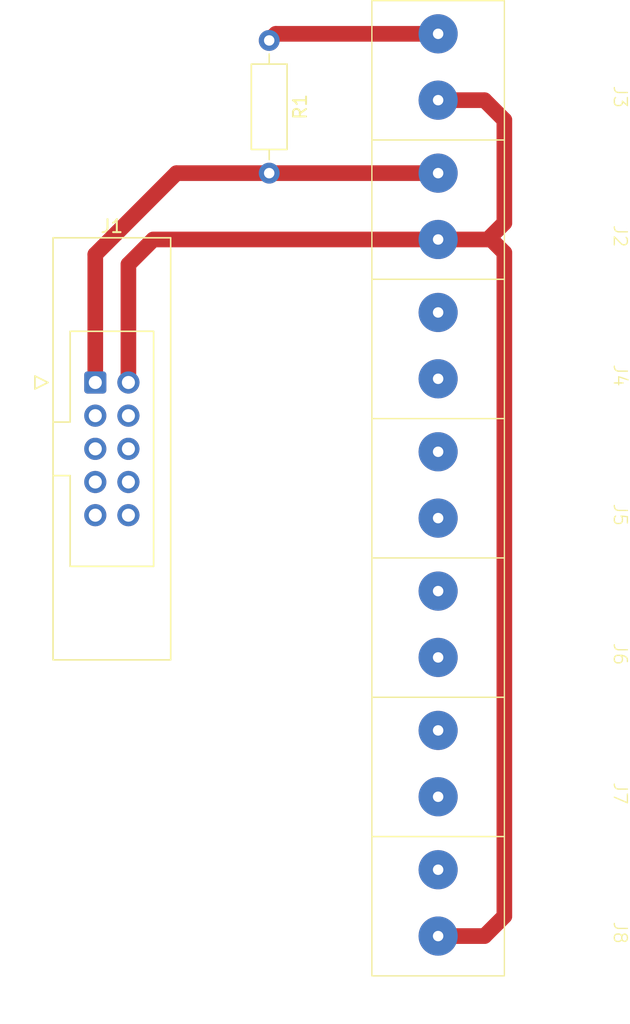
<source format=kicad_pcb>
(kicad_pcb (version 20241229) (generator "pcbnew") (generator_version "9.0")
  (layers (0 "F.Cu" signal) (2 "B.Cu" signal) (13 "F.Paste" user) (15 "B.Paste" user) (5 "F.SilkS" user "F.Silkscreen") (7 "B.SilkS" user "B.Silkscreen") (1 "F.Mask" user) (3 "B.Mask" user) (25 "Edge.Cuts" user))
  (net 0 "")
  (net 1 "Net-(J1-Pin_1)")
  (net 2 "Net-(J1-Pin_4)")
  (net 3 "Net-(J1-Pin_6)")
  (net 4 "unconnected-(J1-Pin_2-Pad2)")
  (net 5 "Net-(J1-Pin_10)")
  (net 6 "Net-(J1-Pin_5)")
  (net 7 "Net-(J1-Pin_3)")
  (net 8 "Net-(J1-Pin_8)")
  (net 9 "Net-(J1-Pin_7)")
  (net 10 "Net-(J1-Pin_9)")
  (net 11 "Net-(J3-Pin_1)")
  (footprint "_customized:connector_02_508" (layer "F.Cu") (at 111.506 88.646 -90)
    (property "Reference" "J6" (at 4.826 -13.97 270) (layer "F.SilkS") (effects (font (thickness 0.1))))
    (property "Value" "Conn_01x02_Pin")
    (fp_rect (start -2.54 -5.08) (end 8.128 5.08) (stroke (width 0.1)) (fill no) (layer "F.SilkS"))
    (pad "1" thru_hole circle (at 0 0 270) (size 3 3) (drill 0.8) (layers "*.Cu" "*.Mask") (net 8 "Net-(J1-Pin_8)"))
    (pad "2" thru_hole circle (at 5.08 0 270) (size 3 3) (drill 0.8) (layers "*.Cu" "*.Mask") (net 9 "Net-(J1-Pin_7)"))
  )
  (footprint "_customized:connector_02_508" (layer "F.Cu") (at 111.506 77.978 -90)
    (property "Reference" "J5" (at 4.826 -13.97 270) (layer "F.SilkS") (effects (font (thickness 0.1))))
    (property "Value" "Conn_01x02_Pin")
    (fp_rect (start -2.54 -5.08) (end 8.128 5.08) (stroke (width 0.1)) (fill no) (layer "F.SilkS"))
    (pad "1" thru_hole circle (at 0 0 270) (size 3 3) (drill 0.8) (layers "*.Cu" "*.Mask") (net 2 "Net-(J1-Pin_4)"))
    (pad "2" thru_hole circle (at 5.08 0 270) (size 3 3) (drill 0.8) (layers "*.Cu" "*.Mask") (net 7 "Net-(J1-Pin_3)"))
  )
  (footprint "_customized:connector_02_508" (layer "F.Cu") (at 111.506 109.982 -90)
    (property "Reference" "J8" (at 4.826 -13.97 270) (layer "F.SilkS") (effects (font (thickness 0.1))))
    (property "Value" "Conn_01x02_Pin")
    (fp_rect (start -2.54 -5.08) (end 8.128 5.08) (stroke (width 0.1)) (fill no) (layer "F.SilkS"))
    (pad "1" thru_hole circle (at 0 0 270) (size 3 3) (drill 0.8) (layers "*.Cu" "*.Mask"))
    (pad "2" thru_hole circle (at 5.08 0 270) (size 3 3) (drill 0.8) (layers "*.Cu" "*.Mask") (net 4 "unconnected-(J1-Pin_2-Pad2)"))
  )
  (footprint "_customized:connector_02_508" (layer "F.Cu") (at 111.506 45.974 -90)
    (property "Reference" "J3" (at 4.826 -13.97 270) (layer "F.SilkS") (effects (font (thickness 0.1))))
    (property "Value" "Conn_01x02_Pin")
    (fp_rect (start -2.54 -5.08) (end 8.128 5.08) (stroke (width 0.1)) (fill no) (layer "F.SilkS"))
    (pad "1" thru_hole circle (at 0 0 270) (size 3 3) (drill 0.8) (layers "*.Cu" "*.Mask") (net 11 "Net-(J3-Pin_1)"))
    (pad "2" thru_hole circle (at 5.08 0 270) (size 3 3) (drill 0.8) (layers "*.Cu" "*.Mask") (net 4 "unconnected-(J1-Pin_2-Pad2)"))
  )
  (footprint "_customized:connector_02_508" (layer "F.Cu") (at 111.506 67.31 -90)
    (property "Reference" "J4" (at 4.826 -13.97 270) (layer "F.SilkS") (effects (font (thickness 0.1))))
    (property "Value" "Conn_01x02_Pin")
    (fp_rect (start -2.54 -5.08) (end 8.128 5.08) (stroke (width 0.1)) (fill no) (layer "F.SilkS"))
    (pad "1" thru_hole circle (at 0 0 270) (size 3 3) (drill 0.8) (layers "*.Cu" "*.Mask") (net 6 "Net-(J1-Pin_5)"))
    (pad "2" thru_hole circle (at 5.08 0 270) (size 3 3) (drill 0.8) (layers "*.Cu" "*.Mask") (net 3 "Net-(J1-Pin_6)"))
  )
  (footprint "_customized:connector_02_508" (layer "F.Cu") (at 111.506 56.642 -90)
    (property "Reference" "J2" (at 4.826 -13.97 270) (layer "F.SilkS") (effects (font (thickness 0.1))))
    (property "Value" "Conn_01x02_Pin")
    (fp_rect (start -2.54 -5.08) (end 8.128 5.08) (stroke (width 0.1)) (fill no) (layer "F.SilkS"))
    (pad "1" thru_hole circle (at 0 0 270) (size 3 3) (drill 0.8) (layers "*.Cu" "*.Mask") (net 1 "Net-(J1-Pin_1)"))
    (pad "2" thru_hole circle (at 5.08 0 270) (size 3 3) (drill 0.8) (layers "*.Cu" "*.Mask") (net 4 "unconnected-(J1-Pin_2-Pad2)"))
  )
  (footprint "Connector_IDC:IDC-Header_2x05_P2.54mm_Latch_Vertical" (layer "F.Cu") (at 85.216 72.673)
    (property "Reference" "J1" (at 1.27 -11.97 0) (layer "F.SilkS"))
    (property "Value" "Conn_02x05_Odd_Even")
    (fp_line (start -4.63 -0.5) (end -4.63 0.5) (stroke (width 0.12)) (layer "F.SilkS"))
    (fp_line (start -4.63 0.5) (end -3.63 0) (stroke (width 0.12)) (layer "F.SilkS"))
    (fp_line (start -3.63 0) (end -4.63 -0.5) (stroke (width 0.12)) (layer "F.SilkS"))
    (fp_line (start -3.24 -11.08) (end 5.78 -11.08) (stroke (width 0.12)) (layer "F.SilkS"))
    (fp_line (start -3.24 3.03) (end -1.93 3.03) (stroke (width 0.12)) (layer "F.SilkS"))
    (fp_line (start -3.24 21.24) (end -3.24 -11.08) (stroke (width 0.12)) (layer "F.SilkS"))
    (fp_line (start -1.93 -3.92) (end 4.47 -3.92) (stroke (width 0.12)) (layer "F.SilkS"))
    (fp_line (start -1.93 3.03) (end -1.93 -3.92) (stroke (width 0.12)) (layer "F.SilkS"))
    (fp_line (start -1.93 7.13) (end -3.24 7.13) (stroke (width 0.12)) (layer "F.SilkS"))
    (fp_line (start -1.93 7.13) (end -1.93 7.13) (stroke (width 0.12)) (layer "F.SilkS"))
    (fp_line (start -1.93 14.08) (end -1.93 7.13) (stroke (width 0.12)) (layer "F.SilkS"))
    (fp_line (start 4.47 -3.92) (end 4.47 14.08) (stroke (width 0.12)) (layer "F.SilkS"))
    (fp_line (start 4.47 14.08) (end -1.93 14.08) (stroke (width 0.12)) (layer "F.SilkS"))
    (fp_line (start 5.78 -11.08) (end 5.78 21.24) (stroke (width 0.12)) (layer "F.SilkS"))
    (fp_line (start 5.78 21.24) (end -3.24 21.24) (stroke (width 0.12)) (layer "F.SilkS"))
    (pad "1" thru_hole roundrect (at 0 0) (size 1.7 1.7) (drill 1) (layers "*.Cu" "*.Mask") (roundrect_rratio 0.147059) (net 1 "Net-(J1-Pin_1)"))
    (pad "2" thru_hole circle (at 2.54 0) (size 1.7 1.7) (drill 1) (layers "*.Cu" "*.Mask") (net 4 "unconnected-(J1-Pin_2-Pad2)"))
    (pad "3" thru_hole circle (at 0 2.54) (size 1.7 1.7) (drill 1) (layers "*.Cu" "*.Mask") (net 7 "Net-(J1-Pin_3)"))
    (pad "4" thru_hole circle (at 2.54 2.54) (size 1.7 1.7) (drill 1) (layers "*.Cu" "*.Mask") (net 2 "Net-(J1-Pin_4)"))
    (pad "5" thru_hole circle (at 0 5.08) (size 1.7 1.7) (drill 1) (layers "*.Cu" "*.Mask") (net 6 "Net-(J1-Pin_5)"))
    (pad "6" thru_hole circle (at 2.54 5.08) (size 1.7 1.7) (drill 1) (layers "*.Cu" "*.Mask") (net 3 "Net-(J1-Pin_6)"))
    (pad "7" thru_hole circle (at 0 7.62) (size 1.7 1.7) (drill 1) (layers "*.Cu" "*.Mask") (net 9 "Net-(J1-Pin_7)"))
    (pad "8" thru_hole circle (at 2.54 7.62) (size 1.7 1.7) (drill 1) (layers "*.Cu" "*.Mask") (net 8 "Net-(J1-Pin_8)"))
    (pad "9" thru_hole circle (at 0 10.16) (size 1.7 1.7) (drill 1) (layers "*.Cu" "*.Mask") (net 10 "Net-(J1-Pin_9)"))
    (pad "10" thru_hole circle (at 2.54 10.16) (size 1.7 1.7) (drill 1) (layers "*.Cu" "*.Mask") (net 5 "Net-(J1-Pin_10)"))
  )
  (footprint "Resistor_THT:R_Axial_DIN0207_L6.3mm_D2.5mm_P10.16mm_Horizontal" (layer "F.Cu") (at 98.552 46.482 -90)
    (property "Reference" "R1" (at 5.08 -2.37 90) (layer "F.SilkS"))
    (property "Value" "R")
    (fp_line (start 1.04 0) (end 1.81 0) (stroke (width 0.12)) (layer "F.SilkS"))
    (fp_line (start 9.12 0) (end 8.35 0) (stroke (width 0.12)) (layer "F.SilkS"))
    (fp_rect (start 1.81 -1.37) (end 8.35 1.37) (stroke (width 0.12)) (fill no) (layer "F.SilkS"))
    (pad "1" thru_hole circle (at 0 0 270) (size 1.6 1.6) (drill 0.8) (layers "*.Cu" "*.Mask") (net 11 "Net-(J3-Pin_1)"))
    (pad "2" thru_hole circle (at 10.16 0 270) (size 1.6 1.6) (drill 0.8) (layers "*.Cu" "*.Mask") (net 1 "Net-(J1-Pin_1)"))
  )
  (footprint "_customized:connector_02_508" (layer "F.Cu") (at 111.506 99.314 -90)
    (property "Reference" "J7" (at 4.826 -13.97 270) (layer "F.SilkS") (effects (font (thickness 0.1))))
    (property "Value" "Conn_01x02_Pin")
    (fp_rect (start -2.54 -5.08) (end 8.128 5.08) (stroke (width 0.1)) (fill no) (layer "F.SilkS"))
    (pad "1" thru_hole circle (at 0 0 270) (size 3 3) (drill 0.8) (layers "*.Cu" "*.Mask") (net 5 "Net-(J1-Pin_10)"))
    (pad "2" thru_hole circle (at 5.08 0 270) (size 3 3) (drill 0.8) (layers "*.Cu" "*.Mask") (net 10 "Net-(J1-Pin_9)"))
  )
  (segment (start 85.216 62.866) (end 85.216 72.673) (width 1.2) (layer "F.Cu") (net 1))
  (segment (start 111.506 56.642) (end 98.552 56.642) (width 1.2) (layer "F.Cu") (net 1))
  (segment (start 91.44 56.642) (end 85.216 62.866) (width 1.2) (layer "F.Cu") (net 1))
  (segment (start 98.552 56.642) (end 91.44 56.642) (width 1.2) (layer "F.Cu") (net 1))
  (segment (start 116.586 62.738) (end 115.57 61.722) (width 1.2) (layer "F.Cu") (net 4))
  (segment (start 87.756 63.628) (end 89.662 61.722) (width 1.2) (layer "F.Cu") (net 4))
  (segment (start 89.662 61.722) (end 111.506 61.722) (width 1.2) (layer "F.Cu") (net 4))
  (segment (start 115.57 61.722) (end 115.316 61.722) (width 1.2) (layer "F.Cu") (net 4))
  (segment (start 116.586 60.452) (end 116.586 52.578) (width 1.2) (layer "F.Cu") (net 4))
  (segment (start 115.062 51.054) (end 111.506 51.054) (width 1.2) (layer "F.Cu") (net 4))
  (segment (start 116.586 52.578) (end 115.062 51.054) (width 1.2) (layer "F.Cu") (net 4))
  (segment (start 87.756 72.673) (end 87.756 63.628) (width 1.2) (layer "F.Cu") (net 4))
  (segment (start 111.506 115.062) (end 115.062 115.062) (width 1.2) (layer "F.Cu") (net 4))
  (segment (start 116.586 113.538) (end 116.586 62.738) (width 1.2) (layer "F.Cu") (net 4))
  (segment (start 111.506 61.722) (end 115.316 61.722) (width 1.2) (layer "F.Cu") (net 4))
  (segment (start 115.316 61.722) (end 116.586 60.452) (width 1.2) (layer "F.Cu") (net 4))
  (segment (start 115.062 115.062) (end 116.586 113.538) (width 1.2) (layer "F.Cu") (net 4))
  (segment (start 99.06 45.974) (end 98.552 46.482) (width 1.2) (layer "F.Cu") (net 11))
  (segment (start 111.506 45.974) (end 99.06 45.974) (width 1.2) (layer "F.Cu") (net 11))
)
</source>
